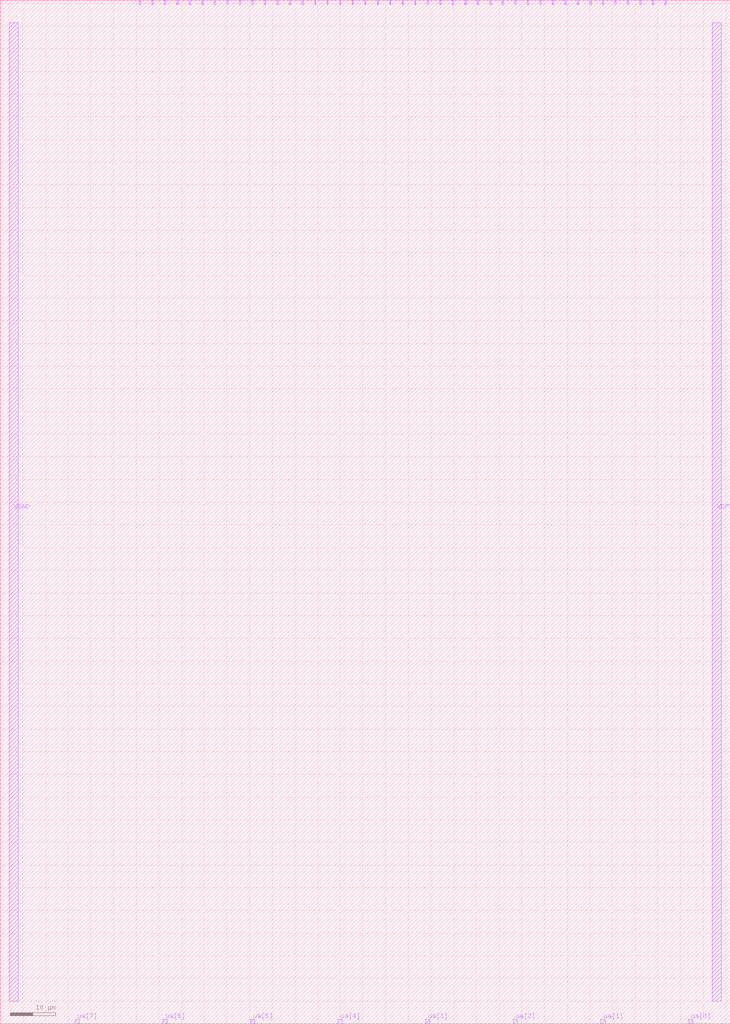
<source format=lef>
VERSION 5.7 ;
  NOWIREEXTENSIONATPIN ON ;
  DIVIDERCHAR "/" ;
  BUSBITCHARS "[]" ;
MACRO tt_um_DalinEM_diff_amp
  CLASS BLOCK ;
  FOREIGN tt_um_DalinEM_diff_amp ;
  ORIGIN 0.000 0.000 ;
  SIZE 161.000 BY 225.760 ;
  PIN clk
    DIRECTION INPUT ;
    USE SIGNAL ;
    PORT
      LAYER met4 ;
        RECT 143.830 224.760 144.130 225.760 ;
    END
  END clk
  PIN ena
    DIRECTION INPUT ;
    USE SIGNAL ;
    PORT
      LAYER met4 ;
        RECT 146.590 224.760 146.890 225.760 ;
    END
  END ena
  PIN rst_n
    DIRECTION INPUT ;
    USE SIGNAL ;
    PORT
      LAYER met4 ;
        RECT 141.070 224.760 141.370 225.760 ;
    END
  END rst_n
  PIN ua[0]
    DIRECTION INOUT ;
    USE SIGNAL ;
    PORT
      LAYER met4 ;
        RECT 151.810 0.000 152.710 1.000 ;
    END
  END ua[0]
  PIN ua[1]
    DIRECTION INOUT ;
    USE SIGNAL ;
    PORT
      LAYER met4 ;
        RECT 132.490 0.000 133.390 1.000 ;
    END
  END ua[1]
  PIN ua[2]
    DIRECTION INOUT ;
    USE SIGNAL ;
    PORT
      LAYER met4 ;
        RECT 113.170 0.000 114.070 1.000 ;
    END
  END ua[2]
  PIN ua[3]
    DIRECTION INOUT ;
    USE SIGNAL ;
    PORT
      LAYER met4 ;
        RECT 93.850 0.000 94.750 1.000 ;
    END
  END ua[3]
  PIN ua[4]
    DIRECTION INOUT ;
    USE SIGNAL ;
    PORT
      LAYER met4 ;
        RECT 74.530 0.000 75.430 1.000 ;
    END
  END ua[4]
  PIN ua[5]
    DIRECTION INOUT ;
    USE SIGNAL ;
    PORT
      LAYER met4 ;
        RECT 55.210 0.000 56.110 1.000 ;
    END
  END ua[5]
  PIN ua[6]
    DIRECTION INOUT ;
    USE SIGNAL ;
    PORT
      LAYER met4 ;
        RECT 35.890 0.000 36.790 1.000 ;
    END
  END ua[6]
  PIN ua[7]
    DIRECTION INOUT ;
    USE SIGNAL ;
    PORT
      LAYER met4 ;
        RECT 16.570 0.000 17.470 1.000 ;
    END
  END ua[7]
  PIN ui_in[0]
    DIRECTION INPUT ;
    USE SIGNAL ;
    PORT
      LAYER met4 ;
        RECT 138.310 224.760 138.610 225.760 ;
    END
  END ui_in[0]
  PIN ui_in[1]
    DIRECTION INPUT ;
    USE SIGNAL ;
    PORT
      LAYER met4 ;
        RECT 135.550 224.760 135.850 225.760 ;
    END
  END ui_in[1]
  PIN ui_in[2]
    DIRECTION INPUT ;
    USE SIGNAL ;
    PORT
      LAYER met4 ;
        RECT 132.790 224.760 133.090 225.760 ;
    END
  END ui_in[2]
  PIN ui_in[3]
    DIRECTION INPUT ;
    USE SIGNAL ;
    PORT
      LAYER met4 ;
        RECT 130.030 224.760 130.330 225.760 ;
    END
  END ui_in[3]
  PIN ui_in[4]
    DIRECTION INPUT ;
    USE SIGNAL ;
    PORT
      LAYER met4 ;
        RECT 127.270 224.760 127.570 225.760 ;
    END
  END ui_in[4]
  PIN ui_in[5]
    DIRECTION INPUT ;
    USE SIGNAL ;
    PORT
      LAYER met4 ;
        RECT 124.510 224.760 124.810 225.760 ;
    END
  END ui_in[5]
  PIN ui_in[6]
    DIRECTION INPUT ;
    USE SIGNAL ;
    PORT
      LAYER met4 ;
        RECT 121.750 224.760 122.050 225.760 ;
    END
  END ui_in[6]
  PIN ui_in[7]
    DIRECTION INPUT ;
    USE SIGNAL ;
    PORT
      LAYER met4 ;
        RECT 118.990 224.760 119.290 225.760 ;
    END
  END ui_in[7]
  PIN uio_in[0]
    DIRECTION INPUT ;
    USE SIGNAL ;
    PORT
      LAYER met4 ;
        RECT 116.230 224.760 116.530 225.760 ;
    END
  END uio_in[0]
  PIN uio_in[1]
    DIRECTION INPUT ;
    USE SIGNAL ;
    PORT
      LAYER met4 ;
        RECT 113.470 224.760 113.770 225.760 ;
    END
  END uio_in[1]
  PIN uio_in[2]
    DIRECTION INPUT ;
    USE SIGNAL ;
    PORT
      LAYER met4 ;
        RECT 110.710 224.760 111.010 225.760 ;
    END
  END uio_in[2]
  PIN uio_in[3]
    DIRECTION INPUT ;
    USE SIGNAL ;
    PORT
      LAYER met4 ;
        RECT 107.950 224.760 108.250 225.760 ;
    END
  END uio_in[3]
  PIN uio_in[4]
    DIRECTION INPUT ;
    USE SIGNAL ;
    PORT
      LAYER met4 ;
        RECT 105.190 224.760 105.490 225.760 ;
    END
  END uio_in[4]
  PIN uio_in[5]
    DIRECTION INPUT ;
    USE SIGNAL ;
    PORT
      LAYER met4 ;
        RECT 102.430 224.760 102.730 225.760 ;
    END
  END uio_in[5]
  PIN uio_in[6]
    DIRECTION INPUT ;
    USE SIGNAL ;
    PORT
      LAYER met4 ;
        RECT 99.670 224.760 99.970 225.760 ;
    END
  END uio_in[6]
  PIN uio_in[7]
    DIRECTION INPUT ;
    USE SIGNAL ;
    PORT
      LAYER met4 ;
        RECT 96.910 224.760 97.210 225.760 ;
    END
  END uio_in[7]
  PIN uio_oe[0]
    DIRECTION OUTPUT ;
    USE SIGNAL ;
    PORT
      LAYER met4 ;
        RECT 49.990 224.760 50.290 225.760 ;
    END
  END uio_oe[0]
  PIN uio_oe[1]
    DIRECTION OUTPUT ;
    USE SIGNAL ;
    PORT
      LAYER met4 ;
        RECT 47.230 224.760 47.530 225.760 ;
    END
  END uio_oe[1]
  PIN uio_oe[2]
    DIRECTION OUTPUT ;
    USE SIGNAL ;
    PORT
      LAYER met4 ;
        RECT 44.470 224.760 44.770 225.760 ;
    END
  END uio_oe[2]
  PIN uio_oe[3]
    DIRECTION OUTPUT ;
    USE SIGNAL ;
    PORT
      LAYER met4 ;
        RECT 41.710 224.760 42.010 225.760 ;
    END
  END uio_oe[3]
  PIN uio_oe[4]
    DIRECTION OUTPUT ;
    USE SIGNAL ;
    PORT
      LAYER met4 ;
        RECT 38.950 224.760 39.250 225.760 ;
    END
  END uio_oe[4]
  PIN uio_oe[5]
    DIRECTION OUTPUT ;
    USE SIGNAL ;
    PORT
      LAYER met4 ;
        RECT 36.190 224.760 36.490 225.760 ;
    END
  END uio_oe[5]
  PIN uio_oe[6]
    DIRECTION OUTPUT ;
    USE SIGNAL ;
    PORT
      LAYER met4 ;
        RECT 33.430 224.760 33.730 225.760 ;
    END
  END uio_oe[6]
  PIN uio_oe[7]
    DIRECTION OUTPUT ;
    USE SIGNAL ;
    PORT
      LAYER met4 ;
        RECT 30.670 224.760 30.970 225.760 ;
    END
  END uio_oe[7]
  PIN uio_out[0]
    DIRECTION OUTPUT ;
    USE SIGNAL ;
    PORT
      LAYER met4 ;
        RECT 72.070 224.760 72.370 225.760 ;
    END
  END uio_out[0]
  PIN uio_out[1]
    DIRECTION OUTPUT ;
    USE SIGNAL ;
    PORT
      LAYER met4 ;
        RECT 69.310 224.760 69.610 225.760 ;
    END
  END uio_out[1]
  PIN uio_out[2]
    DIRECTION OUTPUT ;
    USE SIGNAL ;
    PORT
      LAYER met4 ;
        RECT 66.550 224.760 66.850 225.760 ;
    END
  END uio_out[2]
  PIN uio_out[3]
    DIRECTION OUTPUT ;
    USE SIGNAL ;
    PORT
      LAYER met4 ;
        RECT 63.790 224.760 64.090 225.760 ;
    END
  END uio_out[3]
  PIN uio_out[4]
    DIRECTION OUTPUT ;
    USE SIGNAL ;
    PORT
      LAYER met4 ;
        RECT 61.030 224.760 61.330 225.760 ;
    END
  END uio_out[4]
  PIN uio_out[5]
    DIRECTION OUTPUT ;
    USE SIGNAL ;
    PORT
      LAYER met4 ;
        RECT 58.270 224.760 58.570 225.760 ;
    END
  END uio_out[5]
  PIN uio_out[6]
    DIRECTION OUTPUT ;
    USE SIGNAL ;
    PORT
      LAYER met4 ;
        RECT 55.510 224.760 55.810 225.760 ;
    END
  END uio_out[6]
  PIN uio_out[7]
    DIRECTION OUTPUT ;
    USE SIGNAL ;
    PORT
      LAYER met4 ;
        RECT 52.750 224.760 53.050 225.760 ;
    END
  END uio_out[7]
  PIN uo_out[0]
    DIRECTION OUTPUT ;
    USE SIGNAL ;
    PORT
      LAYER met4 ;
        RECT 94.150 224.760 94.450 225.760 ;
    END
  END uo_out[0]
  PIN uo_out[1]
    DIRECTION OUTPUT ;
    USE SIGNAL ;
    PORT
      LAYER met4 ;
        RECT 91.390 224.760 91.690 225.760 ;
    END
  END uo_out[1]
  PIN uo_out[2]
    DIRECTION OUTPUT ;
    USE SIGNAL ;
    PORT
      LAYER met4 ;
        RECT 88.630 224.760 88.930 225.760 ;
    END
  END uo_out[2]
  PIN uo_out[3]
    DIRECTION OUTPUT ;
    USE SIGNAL ;
    PORT
      LAYER met4 ;
        RECT 85.870 224.760 86.170 225.760 ;
    END
  END uo_out[3]
  PIN uo_out[4]
    DIRECTION OUTPUT ;
    USE SIGNAL ;
    PORT
      LAYER met4 ;
        RECT 83.110 224.760 83.410 225.760 ;
    END
  END uo_out[4]
  PIN uo_out[5]
    DIRECTION OUTPUT ;
    USE SIGNAL ;
    PORT
      LAYER met4 ;
        RECT 80.350 224.760 80.650 225.760 ;
    END
  END uo_out[5]
  PIN uo_out[6]
    DIRECTION OUTPUT ;
    USE SIGNAL ;
    PORT
      LAYER met4 ;
        RECT 77.590 224.760 77.890 225.760 ;
    END
  END uo_out[6]
  PIN uo_out[7]
    DIRECTION OUTPUT ;
    USE SIGNAL ;
    PORT
      LAYER met4 ;
        RECT 74.830 224.760 75.130 225.760 ;
    END
  END uo_out[7]
  PIN VDPWR
    DIRECTION INOUT ;
    USE POWER ;
    PORT
      LAYER met4 ;
        RECT 157.000 5.000 159.000 220.760 ;
    END
  END VDPWR
  PIN VGND
    DIRECTION INOUT ;
    USE GROUND ;
    PORT
      LAYER met4 ;
        RECT 2.000 5.000 4.000 220.760 ;
    END
  END VGND
END tt_um_DalinEM_diff_amp
END LIBRARY


</source>
